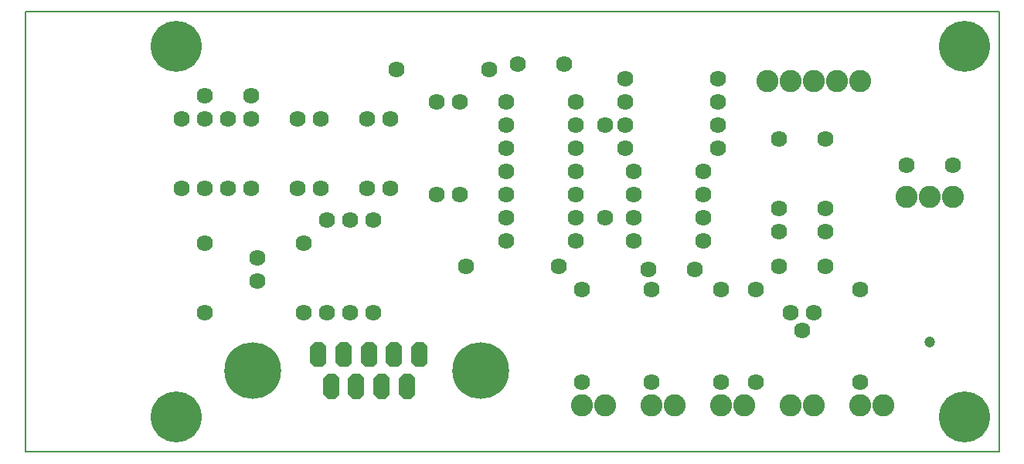
<source format=gbr>
G04                                                                  *
G04 SOURCE        : LAYO1 PCB.EXE VERSION 10                         *
G04 FORMAT        : GERBER RS-274X, Inch, 2.4, Leading Zero          *
G04 TITLE         : MGV98_SOLDERMASK TOP                             *
G04 TIME          : Tuesday, November 04, 2008  15:45:56             *
G04                                                                  *
G04 Board width   : 106.680 mm. =  4.2000 inch                       *
G04 Board height  :  48.260 mm. =  1.9000 inch                       *
G04 Board offset  :   0.000 mm. =  0.0000 inch                       *
G04 Board offset  :   0.000 mm. =  0.0000 inch                       *
G04                                                                  *
G04 Apertures:                                                       *
G04       Type          X       Y             X       Y        Used  *
G04                      Inches                Metric                *
G04 D10   Draw        0.0079  0.0079        0.200   0.200         5  *
G04 D11   Round       0.0701  0.0701        1.780   1.780        97  *
G04 D12   Octagon!    0.0701  0.1075        1.780   2.730         5  *
G04 D13   Octagon!    0.0701  0.1075        1.780   2.730         4  *
G04 D14   Round       0.2449  0.2449        6.220   6.220         2  *
G04 D15   Round       0.0472  0.0472        1.200   1.200         1  *
G04 D16   Round       0.2197  0.2197        5.580   5.580         4  *
G04 D17   Round       0.0953  0.0953        2.420   2.420        18  *
G04                                                                  *
%FSLAX24Y24*
MOIN*
SFA1.0B1.0*%
%AMCUSTOM12*
4,1,8,
-0.0175,0.0724,
0.0175,0.0724,
0.0350,0.0549,
0.0350,-0.0175,
0.0175,-0.0350,
-0.0175,-0.0350,
-0.0350,-0.0175,
-0.0350,0.0549,
-0.0175,0.0724,
0.0
*%
%AMCUSTOM13*
4,1,8,
-0.0175,0.0350,
0.0175,0.0350,
0.0350,0.0175,
0.0350,-0.0549,
0.0175,-0.0724,
-0.0175,-0.0724,
-0.0350,-0.0549,
-0.0350,0.0175,
-0.0175,0.0350,
0.0
*%
%ADD10C,0.0079*%
%ADD11C,0.0701*%
%ADD12CUSTOM12*%
%ADD13CUSTOM13*%
%ADD14C,0.2449*%
%ADD15C,0.0472*%
%ADD16C,0.2197*%
%ADD17C,0.0953*%
%LNSOLDERMASK TOP*%
G54D10*
X000000Y019000D02*
X000000Y000000D01*
X042000Y000000D01*
X042000Y019000D01*
X000000Y019000D01*
G54D11*
X006750Y011375D03*
X009750Y011375D03*
X029250Y009125D03*
X026250Y012125D03*
X026250Y009125D03*
X032500Y013500D03*
X034500Y009500D03*
X023750Y012125D03*
X029250Y010125D03*
X029875Y015125D03*
X029875Y016125D03*
X014750Y011375D03*
X015000Y006000D03*
X014000Y006000D03*
X007750Y011375D03*
X014000Y010000D03*
X007750Y009000D03*
X025000Y014125D03*
X023750Y011125D03*
X029250Y011125D03*
X025000Y010125D03*
X029875Y013125D03*
X008750Y014375D03*
X023000Y008000D03*
X023750Y010125D03*
X026250Y011125D03*
X025875Y014125D03*
X032500Y009500D03*
X025875Y013125D03*
X029875Y014125D03*
X013000Y006000D03*
X012750Y011375D03*
X008750Y011375D03*
X010000Y007375D03*
X007750Y006000D03*
X024000Y003000D03*
X011750Y014375D03*
X018750Y011125D03*
X020750Y011125D03*
X034000Y006000D03*
X032500Y010500D03*
X032500Y008000D03*
X034500Y013500D03*
X036000Y007000D03*
X011750Y011375D03*
X013000Y010000D03*
X031500Y003000D03*
X020750Y012125D03*
X033500Y005250D03*
X031500Y007000D03*
X012000Y009000D03*
X015000Y010000D03*
X012000Y006000D03*
X010000Y008375D03*
X015750Y011375D03*
X036000Y003000D03*
X020000Y016500D03*
X020750Y014125D03*
X017750Y015125D03*
X014750Y014375D03*
X017750Y011125D03*
X020750Y013125D03*
X027000Y003000D03*
X030000Y003000D03*
X029250Y012125D03*
X028875Y007875D03*
X026250Y010125D03*
X025875Y015125D03*
X026875Y007875D03*
X007750Y014375D03*
X006750Y014375D03*
X034500Y010500D03*
X034500Y008000D03*
X019000Y008000D03*
X018750Y015125D03*
X024000Y007000D03*
X027000Y007000D03*
X030000Y007000D03*
X038000Y012375D03*
X007750Y015375D03*
X016000Y016500D03*
X023750Y009125D03*
X020750Y015125D03*
X020750Y010125D03*
X020750Y009125D03*
X015750Y014375D03*
X021250Y016750D03*
X012750Y014375D03*
X009750Y014375D03*
X033000Y006000D03*
X025875Y016125D03*
X040000Y012375D03*
X009750Y015375D03*
X023750Y013125D03*
X023750Y014125D03*
X023750Y015125D03*
X023250Y016750D03*
G54D12*
X017000Y004000D03*
X015914Y004000D03*
X014828Y004000D03*
X013742Y004000D03*
X012656Y004000D03*
G54D13*
X014289Y003000D03*
X013203Y003000D03*
X016461Y003000D03*
X015375Y003000D03*
G54D14*
X019641Y003500D03*
X009820Y003500D03*
G54D15*
X039000Y004750D03*
G54D16*
X006500Y017500D03*
X040500Y017500D03*
X040500Y001500D03*
X006500Y001500D03*
G54D17*
X024000Y002000D03*
X025000Y002000D03*
X035000Y016000D03*
X036000Y002000D03*
X034000Y002000D03*
X033000Y016000D03*
X028000Y002000D03*
X027000Y002000D03*
X030000Y002000D03*
X032000Y016000D03*
X040000Y011000D03*
X036000Y016000D03*
X038000Y011000D03*
X031000Y002000D03*
X037000Y002000D03*
X033000Y002000D03*
X039000Y011000D03*
X034000Y016000D03*
M02*

</source>
